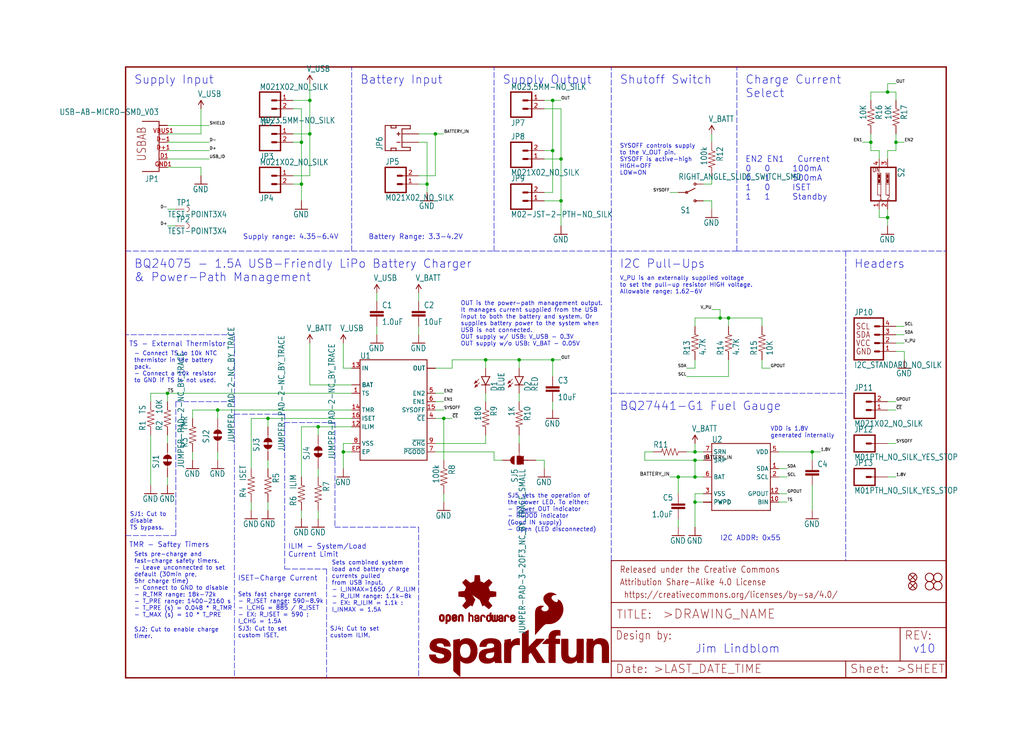
<source format=kicad_sch>
(kicad_sch (version 20211123) (generator eeschema)
  (paper "User" 310.617 225.196)
  (lib_symbols
    (symbol "schematicEagle-eagle-import:1.0UF-16V-10%(0603)"
      (property "Reference" "C" (at 1.524 2.921 0))
      (property "Value" "1.0UF-16V-10%(0603)" (at 1.524 -2.159 0))
      (symbol "1.0UF-16V-10%(0603)_1_0"
        (pin passive line (at 0 5.08 270) (length 2.54) (name "1") (number "1"))
        (pin passive line (at 0 -2.54 90) (length 2.54) (name "2") (number "2"))
      )
    )
    (symbol "schematicEagle-eagle-import:1.0UF50V10%(1206)"
      (property "Reference" "C" (at 1.524 2.921 0))
      (property "Value" "1.0UF50V10%(1206)" (at 1.524 -2.159 0))
      (symbol "1.0UF50V10%(1206)_1_0"
        (pin passive line (at 0 5.08 270) (length 2.54) (name "1") (number "1"))
        (pin passive line (at 0 -2.54 90) (length 2.54) (name "2") (number "2"))
      )
    )
    (symbol "schematicEagle-eagle-import:100KOHM-1{slash}10W-1%(0603)"
      (property "Reference" "R" (at -3.81 1.4986 0))
      (property "Value" "100KOHM-1{slash}10W-1%(0603)" (at -3.81 -3.302 0))
      (symbol "100KOHM-1{slash}10W-1%(0603)_1_0"
        (pin passive line (at -5.08 0 0) (length 2.54) (name "1") (number "1"))
        (pin passive line (at 5.08 0 180) (length 2.54) (name "2") (number "2"))
      )
    )
    (symbol "schematicEagle-eagle-import:10KOHM-1{slash}10W-1%(0603)0603"
      (property "Reference" "R" (at -3.81 1.4986 0))
      (property "Value" "10KOHM-1{slash}10W-1%(0603)0603" (at -3.81 -3.302 0))
      (symbol "10KOHM-1{slash}10W-1%(0603)0603_1_0"
        (pin passive line (at -5.08 0 0) (length 2.54) (name "1") (number "1"))
        (pin passive line (at 5.08 0 180) (length 2.54) (name "2") (number "2"))
      )
    )
    (symbol "schematicEagle-eagle-import:10UF10V10%(0805)"
      (property "Reference" "C" (at 1.524 2.921 0))
      (property "Value" "10UF10V10%(0805)" (at 1.524 -2.159 0))
      (symbol "10UF10V10%(0805)_1_0"
        (pin passive line (at 0 5.08 270) (length 2.54) (name "1") (number "1"))
        (pin passive line (at 0 -2.54 90) (length 2.54) (name "2") (number "2"))
      )
    )
    (symbol "schematicEagle-eagle-import:180OHM1{slash}10W1%(0603)"
      (property "Reference" "R" (at -3.81 1.4986 0))
      (property "Value" "180OHM1{slash}10W1%(0603)" (at -3.81 -3.302 0))
      (symbol "180OHM1{slash}10W1%(0603)_1_0"
        (pin passive line (at -5.08 0 0) (length 2.54) (name "1") (number "1"))
        (pin passive line (at 5.08 0 180) (length 2.54) (name "2") (number "2"))
      )
    )
    (symbol "schematicEagle-eagle-import:1KOHM-1{slash}10W-1%(0603)"
      (property "Reference" "R" (at -3.81 1.4986 0))
      (property "Value" "1KOHM-1{slash}10W-1%(0603)" (at -3.81 -3.302 0))
      (symbol "1KOHM-1{slash}10W-1%(0603)_1_0"
        (pin passive line (at -5.08 0 0) (length 2.54) (name "1") (number "1"))
        (pin passive line (at 5.08 0 180) (length 2.54) (name "2") (number "2"))
      )
    )
    (symbol "schematicEagle-eagle-import:4.7KOHM-1{slash}10W-1%(0603)"
      (property "Reference" "R" (at -3.81 1.4986 0))
      (property "Value" "4.7KOHM-1{slash}10W-1%(0603)" (at -3.81 -3.302 0))
      (symbol "4.7KOHM-1{slash}10W-1%(0603)_1_0"
        (pin passive line (at -5.08 0 0) (length 2.54) (name "1") (number "1"))
        (pin passive line (at 5.08 0 180) (length 2.54) (name "2") (number "2"))
      )
    )
    (symbol "schematicEagle-eagle-import:BQ24075"
      (property "Reference" "U" (at -10.16 15.494 0))
      (property "Value" "BQ24075" (at -10.16 -15.494 0))
      (symbol "BQ24075_1_0"
        (pin bidirectional line (at -12.7 5.08 0) (length 2.54) (name "TS") (number "1"))
        (pin bidirectional line (at 12.7 12.7 180) (length 2.54) (name "OUT") (number "10"))
        (pin bidirectional line (at 12.7 12.7 180) (length 2.54) (name "OUT") (number "11"))
        (pin bidirectional line (at -12.7 -5.08 0) (length 2.54) (name "ILIM") (number "12"))
        (pin bidirectional line (at -12.7 12.7 0) (length 2.54) (name "IN") (number "13"))
        (pin bidirectional line (at -12.7 0 0) (length 2.54) (name "TMR") (number "14"))
        (pin bidirectional line (at 12.7 0 180) (length 2.54) (name "SYSOFF") (number "15"))
        (pin bidirectional line (at -12.7 -2.54 0) (length 2.54) (name "ISET") (number "16"))
        (pin bidirectional line (at -12.7 7.62 0) (length 2.54) (name "BAT") (number "2"))
        (pin bidirectional line (at -12.7 7.62 0) (length 2.54) (name "BAT") (number "3"))
        (pin bidirectional line (at 12.7 -2.54 180) (length 2.54) (name "~{CE}") (number "4"))
        (pin bidirectional line (at 12.7 5.08 180) (length 2.54) (name "EN2") (number "5"))
        (pin bidirectional line (at 12.7 2.54 180) (length 2.54) (name "EN1") (number "6"))
        (pin bidirectional line (at 12.7 -12.7 180) (length 2.54) (name "~{PGOOD}") (number "7"))
        (pin bidirectional line (at -12.7 -10.16 0) (length 2.54) (name "VSS") (number "8"))
        (pin bidirectional line (at 12.7 -10.16 180) (length 2.54) (name "~{CHG}") (number "9"))
        (pin bidirectional line (at -12.7 -12.7 0) (length 2.54) (name "EP") (number "EP"))
      )
    )
    (symbol "schematicEagle-eagle-import:BQ27441-G1"
      (property "Reference" "U" (at -7.62 10.414 0))
      (property "Value" "BQ27441-G1" (at -7.62 -10.414 0))
      (symbol "BQ27441-G1_1_0"
        (pin bidirectional line (at 12.7 2.54 180) (length 2.54) (name "SDA") (number "1"))
        (pin bidirectional line (at 12.7 -7.62 180) (length 2.54) (name "BIN") (number "10"))
        (pin bidirectional line (at 12.7 -5.08 180) (length 2.54) (name "GPOUT") (number "12"))
        (pin bidirectional line (at 12.7 0 180) (length 2.54) (name "SCL") (number "2"))
        (pin bidirectional line (at -10.16 -5.08 0) (length 2.54) (name "VSS") (number "3"))
        (pin bidirectional line (at 12.7 7.62 180) (length 2.54) (name "VDD") (number "5"))
        (pin bidirectional line (at -10.16 0 0) (length 2.54) (name "BAT") (number "6"))
        (pin bidirectional line (at -10.16 7.62 0) (length 2.54) (name "SRN") (number "7"))
        (pin bidirectional line (at -10.16 5.08 0) (length 2.54) (name "SRP") (number "8"))
        (pin bidirectional line (at -10.16 -7.62 0) (length 2.54) (name "PWPD") (number "EP"))
        (pin bidirectional line (at -10.16 -7.62 0) (length 2.54) (name "PWPD") (number "EP1"))
        (pin bidirectional line (at -10.16 -7.62 0) (length 2.54) (name "PWPD") (number "EP2"))
        (pin bidirectional line (at -10.16 -7.62 0) (length 2.54) (name "PWPD") (number "EP3"))
        (pin bidirectional line (at -10.16 -7.62 0) (length 2.54) (name "PWPD") (number "EP4"))
      )
    )
    (symbol "schematicEagle-eagle-import:CAP0603-CAP"
      (property "Reference" "C" (at 1.524 2.921 0))
      (property "Value" "CAP0603-CAP" (at 1.524 -2.159 0))
      (symbol "CAP0603-CAP_1_0"
        (pin passive line (at 0 5.08 270) (length 2.54) (name "1") (number "1"))
        (pin passive line (at 0 -2.54 90) (length 2.54) (name "2") (number "2"))
      )
    )
    (symbol "schematicEagle-eagle-import:FIDUCIAL1X2")
    (symbol "schematicEagle-eagle-import:FRAME-LETTER"
      (symbol "FRAME-LETTER_2_0"
        (text " https://creativecommons.org/licenses/by-sa/4.0/" (at 2.54 24.13 0) (effects (font (size 1.9304 1.6408)) (justify left bottom)))
        (text ">DRAWING_NAME" (at 15.494 17.78 0) (effects (font (size 2.7432 2.7432)) (justify left bottom)))
        (text ">LAST_DATE_TIME" (at 12.7 1.27 0) (effects (font (size 2.54 2.54)) (justify left bottom)))
        (text ">SHEET" (at 86.36 1.27 0) (effects (font (size 2.54 2.54)) (justify left bottom)))
        (text "Attribution Share-Alike 4.0 License" (at 2.54 27.94 0) (effects (font (size 1.9304 1.6408)) (justify left bottom)))
        (text "Date:" (at 1.27 1.27 0) (effects (font (size 2.54 2.54)) (justify left bottom)))
        (text "Design by:" (at 1.27 11.43 0) (effects (font (size 2.54 2.159)) (justify left bottom)))
        (text "Released under the Creative Commons" (at 2.54 31.75 0) (effects (font (size 1.9304 1.6408)) (justify left bottom)))
        (text "REV:" (at 88.9 11.43 0) (effects (font (size 2.54 2.54)) (justify left bottom)))
        (text "Sheet:" (at 72.39 1.27 0) (effects (font (size 2.54 2.54)) (justify left bottom)))
        (text "TITLE:" (at 1.524 17.78 0) (effects (font (size 2.54 2.54)) (justify left bottom)))
      )
    )
    (symbol "schematicEagle-eagle-import:GND" (power)
      (property "Value" "GND" (at -2.54 -2.54 0))
      (symbol "GND_1_0"
        (pin power_in line (at 0 2.54 270) (length 2.54) (name "GND") (number "1"))
      )
    )
    (symbol "schematicEagle-eagle-import:I2C_STANDARD_NO_SILK"
      (property "Reference" "JP" (at -2.54 13.462 0))
      (property "Value" "I2C_STANDARD_NO_SILK" (at -2.54 -2.54 0))
      (symbol "I2C_STANDARD_NO_SILK_1_0"
        (text "GND" (at -2.032 2.54 0) (effects (font (size 1.778 1.5113)) (justify left)))
        (text "SCL" (at -2.032 10.16 0) (effects (font (size 1.778 1.5113)) (justify left)))
        (text "SDA" (at -2.032 7.62 0) (effects (font (size 1.778 1.5113)) (justify left)))
        (text "VCC" (at -2.032 5.08 0) (effects (font (size 1.778 1.5113)) (justify left)))
        (pin passive line (at 10.16 2.54 180) (length 5.08) (name "1") (number "1"))
        (pin passive line (at 10.16 5.08 180) (length 5.08) (name "2") (number "2"))
        (pin passive line (at 10.16 7.62 180) (length 5.08) (name "3") (number "3"))
        (pin passive line (at 10.16 10.16 180) (length 5.08) (name "4") (number "4"))
      )
    )
    (symbol "schematicEagle-eagle-import:JST_2MM_MALE"
      (property "Reference" "JP" (at -2.54 5.842 0))
      (symbol "JST_2MM_MALE_1_0"
        (pin bidirectional line (at 0 -5.08 90) (length 5.08) (name "-") (number "1"))
        (pin bidirectional line (at 2.54 -5.08 90) (length 5.08) (name "+") (number "2"))
        (pin bidirectional line (at -2.54 2.54 90) (length 0) (name "PAD1") (number "NC1"))
        (pin bidirectional line (at 5.08 2.54 90) (length 0) (name "PAD2") (number "NC2"))
      )
    )
    (symbol "schematicEagle-eagle-import:JUMPER-PAD-2-NC_BY_TRACE"
      (property "Reference" "SJ" (at -2.54 2.54 0))
      (property "Value" "JUMPER-PAD-2-NC_BY_TRACE" (at -2.54 -5.08 0))
      (symbol "JUMPER-PAD-2-NC_BY_TRACE_1_0"
        (pin passive line (at -5.08 0 0) (length 2.54) (name "1") (number "1"))
        (pin passive line (at 5.08 0 180) (length 2.54) (name "2") (number "2"))
      )
    )
    (symbol "schematicEagle-eagle-import:JUMPER-PAD-3-2OF3_NC_BY_TRACE_SMALL"
      (property "Reference" "JP" (at 2.54 0.381 0))
      (property "Value" "JUMPER-PAD-3-2OF3_NC_BY_TRACE_SMALL" (at 2.54 -1.905 0))
      (symbol "JUMPER-PAD-3-2OF3_NC_BY_TRACE_SMALL_1_0"
        (pin passive line (at 0 5.08 270) (length 2.54) (name "1") (number "1"))
        (pin passive line (at -5.08 0 0) (length 2.54) (name "2") (number "2"))
        (pin passive line (at 0 -5.08 90) (length 2.54) (name "3") (number "3"))
      )
    )
    (symbol "schematicEagle-eagle-import:LED-BLUE0603"
      (property "Reference" "D" (at 3.556 -4.572 90))
      (property "Value" "LED-BLUE0603" (at 5.715 -4.572 90))
      (symbol "LED-BLUE0603_1_0"
        (pin passive line (at 0 2.54 270) (length 2.54) (name "A") (number "A"))
        (pin passive line (at 0 -5.08 90) (length 2.54) (name "C") (number "C"))
      )
    )
    (symbol "schematicEagle-eagle-import:LED-RED0603"
      (property "Reference" "D" (at 3.556 -4.572 90))
      (property "Value" "LED-RED0603" (at 5.715 -4.572 90))
      (symbol "LED-RED0603_1_0"
        (pin passive line (at 0 2.54 270) (length 2.54) (name "A") (number "A"))
        (pin passive line (at 0 -5.08 90) (length 2.54) (name "C") (number "C"))
      )
    )
    (symbol "schematicEagle-eagle-import:M01PTH_NO_SILK_YES_STOP"
      (property "Reference" "J" (at -2.54 3.302 0))
      (property "Value" "M01PTH_NO_SILK_YES_STOP" (at -2.54 -5.08 0))
      (symbol "M01PTH_NO_SILK_YES_STOP_1_0"
        (pin passive line (at 7.62 0 180) (length 5.08) (name "1") (number "1"))
      )
    )
    (symbol "schematicEagle-eagle-import:M02-JST-2-PTH-NO_SILK"
      (property "Reference" "JP" (at -2.54 5.842 0))
      (property "Value" "M02-JST-2-PTH-NO_SILK" (at -2.54 -5.08 0))
      (symbol "M02-JST-2-PTH-NO_SILK_1_0"
        (pin passive line (at 7.62 0 180) (length 5.08) (name "1") (number "1"))
        (pin passive line (at 7.62 2.54 180) (length 5.08) (name "2") (number "2"))
      )
    )
    (symbol "schematicEagle-eagle-import:M021X02_NO_SILK"
      (property "Reference" "JP" (at -2.54 5.842 0))
      (property "Value" "M021X02_NO_SILK" (at -2.54 -5.08 0))
      (symbol "M021X02_NO_SILK_1_0"
        (pin passive line (at 7.62 0 180) (length 5.08) (name "1") (number "1"))
        (pin passive line (at 7.62 2.54 180) (length 5.08) (name "2") (number "2"))
      )
    )
    (symbol "schematicEagle-eagle-import:M023.5MM-NO_SILK"
      (property "Reference" "JP" (at -2.54 5.842 0))
      (property "Value" "M023.5MM-NO_SILK" (at -2.54 -5.08 0))
      (symbol "M023.5MM-NO_SILK_1_0"
        (pin passive line (at 7.62 0 180) (length 5.08) (name "1") (number "1"))
        (pin passive line (at 7.62 2.54 180) (length 5.08) (name "2") (number "2"))
      )
    )
    (symbol "schematicEagle-eagle-import:OSHW-LOGOS")
    (symbol "schematicEagle-eagle-import:RESISTOR0603-RES"
      (property "Reference" "R" (at -3.81 1.4986 0))
      (property "Value" "RESISTOR0603-RES" (at -3.81 -3.302 0))
      (symbol "RESISTOR0603-RES_1_0"
        (pin passive line (at -5.08 0 0) (length 2.54) (name "1") (number "1"))
        (pin passive line (at 5.08 0 180) (length 2.54) (name "2") (number "2"))
      )
    )
    (symbol "schematicEagle-eagle-import:RESISTOR1206"
      (property "Reference" "R" (at -3.81 1.4986 0))
      (property "Value" "RESISTOR1206" (at -3.81 -3.302 0))
      (symbol "RESISTOR1206_1_0"
        (pin passive line (at -5.08 0 0) (length 2.54) (name "1") (number "1"))
        (pin passive line (at 5.08 0 180) (length 2.54) (name "2") (number "2"))
      )
    )
    (symbol "schematicEagle-eagle-import:RESISTORPTH-1{slash}6W"
      (property "Reference" "R" (at -3.81 1.4986 0))
      (property "Value" "RESISTORPTH-1{slash}6W" (at -3.81 -3.302 0))
      (symbol "RESISTORPTH-1{slash}6W_1_0"
        (pin passive line (at -5.08 0 0) (length 2.54) (name "1") (number "1"))
        (pin passive line (at 5.08 0 180) (length 2.54) (name "2") (number "2"))
      )
    )
    (symbol "schematicEagle-eagle-import:SFE_LOGO_NAME.1_INCH")
    (symbol "schematicEagle-eagle-import:SFE_LOGO_NAME_FLAME.1_INCH")
    (symbol "schematicEagle-eagle-import:STAND-OFF")
    (symbol "schematicEagle-eagle-import:SWITCH-SPDT-SMD-A"
      (property "Reference" "S" (at -1.905 -6.35 0))
      (property "Value" "SWITCH-SPDT-SMD-A" (at -2.54 3.81 0))
      (symbol "SWITCH-SPDT-SMD-A_1_0"
        (pin passive line (at 5.08 2.54 180) (length 2.54) (name "O") (number "1"))
        (pin passive line (at -2.54 0 0) (length 2.54) (name "P") (number "2"))
        (pin passive line (at 5.08 -2.54 180) (length 2.54) (name "S") (number "3"))
      )
    )
    (symbol "schematicEagle-eagle-import:SW_DIP-2-SMT-HALFSIZE"
      (property "Reference" "SW" (at -5.08 3.175 0))
      (property "Value" "SW_DIP-2-SMT-HALFSIZE" (at -5.08 -7.62 0))
      (symbol "SW_DIP-2-SMT-HALFSIZE_1_0"
        (text "1" (at 4.826 -2.667 900) (effects (font (size 1.27 1.0795)) (justify left bottom)))
        (text "2" (at 4.826 -0.381 900) (effects (font (size 1.27 1.0795)) (justify left bottom)))
        (text "ON" (at -3.556 -4.699 900) (effects (font (size 1.27 1.0795)) (justify left bottom)))
        (pin passive line (at 7.62 -2.54 180) (length 2.54) (name "1") (number "1"))
        (pin passive line (at 7.62 0 180) (length 2.54) (name "2") (number "2"))
        (pin passive line (at -7.62 0 0) (length 2.54) (name "3") (number "3"))
        (pin passive line (at -7.62 -2.54 0) (length 2.54) (name "4") (number "4"))
      )
    )
    (symbol "schematicEagle-eagle-import:TEST-POINT3X4"
      (property "Reference" "TP" (at -2.54 2.54 0))
      (property "Value" "TEST-POINT3X4" (at -2.54 -2.54 0))
      (symbol "TEST-POINT3X4_1_0"
        (pin bidirectional line (at 0 0 180) (length 0) (name "1") (number "P$1"))
      )
    )
    (symbol "schematicEagle-eagle-import:USB-ABCONN-11794"
      (property "Reference" "JP" (at -2.54 7.62 0))
      (property "Value" "USB-ABCONN-11794" (at -2.54 -12.7 0))
      (symbol "USB-ABCONN-11794_1_0"
        (text "USBAB" (at 1.27 -7.366 900) (effects (font (size 2.54 2.159)) (justify left bottom)))
        (pin bidirectional line (at -5.08 0 0) (length 2.54) (name "D+") (number "D+1"))
        (pin bidirectional line (at -5.08 -2.54 0) (length 2.54) (name "D-") (number "D-1"))
        (pin bidirectional line (at -5.08 5.08 0) (length 2.54) (name "GND") (number "GND1"))
        (pin bidirectional line (at -5.08 2.54 0) (length 2.54) (name "USBID") (number "ID1"))
        (pin bidirectional line (at -5.08 -7.62 0) (length 2.54) (name "SHIELD") (number "SHIELD1"))
        (pin bidirectional line (at -5.08 -7.62 0) (length 2.54) (name "SHIELD") (number "SHIELD2"))
        (pin bidirectional line (at -5.08 -7.62 0) (length 2.54) (name "SHIELD") (number "SHIELD3"))
        (pin bidirectional line (at -5.08 -5.08 0) (length 2.54) (name "VBUS") (number "VBUS1"))
      )
    )
    (symbol "schematicEagle-eagle-import:V_BATT" (power)
      (property "Value" "V_BATT" (at -1.016 3.556 0))
      (symbol "V_BATT_1_0"
        (pin power_in line (at 0 0 90) (length 2.54) (name "V_BATT") (number "1"))
      )
    )
    (symbol "schematicEagle-eagle-import:V_USB" (power)
      (property "Value" "V_USB" (at -1.016 3.556 0))
      (symbol "V_USB_1_0"
        (pin power_in line (at 0 0 90) (length 2.54) (name "V_USB") (number "1"))
      )
    )
  )
  (junction (at 210.82 152.4))
  (junction (at 220.98 96.52))
  (junction (at 147.32 109.22))
  (junction (at 269.24 27.94))
  (junction (at 134.62 127))
  (junction (at 81.28 127))
  (junction (at 96.52 129.54))
  (junction (at 132.08 40.64))
  (junction (at 157.48 109.22))
  (junction (at 167.64 109.22))
  (junction (at 93.98 40.64))
  (junction (at 66.04 124.46))
  (junction (at 91.44 43.18))
  (junction (at 170.18 48.26))
  (junction (at 269.24 66.04))
  (junction (at 264.16 43.18))
  (junction (at 210.82 139.7))
  (junction (at 167.64 30.48))
  (junction (at 210.82 137.16))
  (junction (at 246.38 137.16))
  (junction (at 167.64 45.72))
  (junction (at 93.98 30.48))
  (junction (at 210.82 144.78))
  (junction (at 271.78 43.18))
  (junction (at 205.74 144.78))
  (junction (at 129.54 55.88))
  (junction (at 50.8 119.38))
  (junction (at 91.44 55.88))
  (junction (at 170.18 60.96))
  (junction (at 104.14 137.16))
  (junction (at 218.44 96.52))
  (wire (pts (xy 210.82 137.16) (xy 210.82 134.62)))
  (wire (pts (xy 127 101.6) (xy 127 99.06)))
  (wire (pts (xy 269.24 27.94) (xy 271.78 27.94)))
  (wire (pts (xy 167.64 58.42) (xy 167.64 45.72)))
  (wire (pts (xy 170.18 60.96) (xy 170.18 68.58)))
  (wire (pts (xy 167.64 30.48) (xy 170.18 30.48)))
  (wire (pts (xy 205.74 160.02) (xy 205.74 157.48)))
  (wire (pts (xy 264.16 43.18) (xy 264.16 40.64)))
  (wire (pts (xy 91.44 43.18) (xy 91.44 55.88)))
  (wire (pts (xy 246.38 137.16) (xy 246.38 139.7)))
  (wire (pts (xy 50.8 43.18) (xy 63.5 43.18)))
  (wire (pts (xy 96.52 157.48) (xy 96.52 154.94)))
  (wire (pts (xy 93.98 40.64) (xy 93.98 30.48)))
  (wire (pts (xy 129.54 55.88) (xy 129.54 58.42)))
  (polyline (pts (xy 185.42 76.2) (xy 223.52 76.2)))
  (polyline (pts (xy 256.54 76.2) (xy 287.02 76.2)))
  (wire (pts (xy 271.78 99.06) (xy 274.32 99.06)))
  (wire (pts (xy 269.24 124.46) (xy 271.78 124.46)))
  (wire (pts (xy 210.82 152.4) (xy 210.82 160.02)))
  (wire (pts (xy 266.7 66.04) (xy 269.24 66.04)))
  (polyline (pts (xy 185.42 119.38) (xy 256.54 119.38)))
  (wire (pts (xy 195.58 139.7) (xy 195.58 137.16)))
  (polyline (pts (xy 38.1 76.2) (xy 106.68 76.2)))
  (wire (pts (xy 93.98 116.84) (xy 93.98 104.14)))
  (wire (pts (xy 269.24 66.04) (xy 269.24 68.58)))
  (wire (pts (xy 264.16 43.18) (xy 264.16 45.72)))
  (wire (pts (xy 157.48 109.22) (xy 167.64 109.22)))
  (wire (pts (xy 157.48 119.38) (xy 157.48 121.92)))
  (polyline (pts (xy 223.52 76.2) (xy 256.54 76.2)))
  (wire (pts (xy 274.32 43.18) (xy 271.78 43.18)))
  (wire (pts (xy 76.2 142.24) (xy 76.2 127)))
  (wire (pts (xy 236.22 149.86) (xy 238.76 149.86)))
  (wire (pts (xy 50.8 119.38) (xy 45.72 119.38)))
  (wire (pts (xy 266.7 48.26) (xy 266.7 45.72)))
  (wire (pts (xy 220.98 96.52) (xy 218.44 96.52)))
  (wire (pts (xy 132.08 40.64) (xy 134.62 40.64)))
  (wire (pts (xy 213.36 149.86) (xy 210.82 149.86)))
  (wire (pts (xy 165.1 45.72) (xy 167.64 45.72)))
  (wire (pts (xy 213.36 137.16) (xy 210.82 137.16)))
  (wire (pts (xy 88.9 43.18) (xy 91.44 43.18)))
  (wire (pts (xy 269.24 25.4) (xy 271.78 25.4)))
  (wire (pts (xy 269.24 134.62) (xy 271.78 134.62)))
  (wire (pts (xy 264.16 27.94) (xy 269.24 27.94)))
  (wire (pts (xy 91.44 55.88) (xy 91.44 60.96)))
  (wire (pts (xy 271.78 106.68) (xy 274.32 106.68)))
  (wire (pts (xy 53.34 68.58) (xy 50.8 68.58)))
  (wire (pts (xy 248.92 137.16) (xy 246.38 137.16)))
  (polyline (pts (xy 256.54 119.38) (xy 256.54 170.18)))
  (wire (pts (xy 231.14 109.22) (xy 231.14 111.76)))
  (wire (pts (xy 137.16 111.76) (xy 137.16 109.22)))
  (wire (pts (xy 104.14 111.76) (xy 104.14 104.14)))
  (polyline (pts (xy 38.1 162.56) (xy 53.34 162.56)))
  (wire (pts (xy 45.72 132.08) (xy 45.72 147.32)))
  (wire (pts (xy 106.68 124.46) (xy 66.04 124.46)))
  (polyline (pts (xy 185.42 170.18) (xy 185.42 119.38)))
  (wire (pts (xy 66.04 127) (xy 66.04 124.46)))
  (wire (pts (xy 271.78 43.18) (xy 271.78 45.72)))
  (wire (pts (xy 167.64 109.22) (xy 170.18 109.22)))
  (polyline (pts (xy 86.36 128.27) (xy 86.36 172.72)))
  (wire (pts (xy 236.22 144.78) (xy 238.76 144.78)))
  (wire (pts (xy 167.64 124.46) (xy 167.64 121.92)))
  (wire (pts (xy 271.78 101.6) (xy 274.32 101.6)))
  (wire (pts (xy 45.72 121.92) (xy 45.72 119.38)))
  (wire (pts (xy 274.32 106.68) (xy 274.32 109.22)))
  (wire (pts (xy 215.9 55.88) (xy 215.9 53.34)))
  (wire (pts (xy 231.14 111.76) (xy 233.68 111.76)))
  (wire (pts (xy 269.24 48.26) (xy 269.24 45.72)))
  (wire (pts (xy 91.44 129.54) (xy 91.44 144.78)))
  (wire (pts (xy 81.28 127) (xy 76.2 127)))
  (wire (pts (xy 157.48 134.62) (xy 157.48 132.08)))
  (wire (pts (xy 50.8 119.38) (xy 50.8 121.92)))
  (wire (pts (xy 210.82 137.16) (xy 208.28 137.16)))
  (wire (pts (xy 106.68 116.84) (xy 93.98 116.84)))
  (wire (pts (xy 134.62 127) (xy 137.16 127)))
  (wire (pts (xy 50.8 45.72) (xy 63.5 45.72)))
  (wire (pts (xy 127 40.64) (xy 132.08 40.64)))
  (wire (pts (xy 215.9 40.64) (xy 215.9 43.18)))
  (wire (pts (xy 215.9 60.96) (xy 215.9 63.5)))
  (wire (pts (xy 213.36 152.4) (xy 210.82 152.4)))
  (wire (pts (xy 134.62 127) (xy 134.62 139.7)))
  (polyline (pts (xy 71.12 125.73) (xy 71.12 205.74)))
  (polyline (pts (xy 101.6 128.27) (xy 86.36 128.27)))
  (wire (pts (xy 147.32 111.76) (xy 147.32 109.22)))
  (wire (pts (xy 53.34 63.5) (xy 50.8 63.5)))
  (polyline (pts (xy 71.12 125.73) (xy 86.36 125.73)))
  (wire (pts (xy 132.08 119.38) (xy 134.62 119.38)))
  (wire (pts (xy 50.8 48.26) (xy 63.5 48.26)))
  (wire (pts (xy 271.78 43.18) (xy 271.78 40.64)))
  (wire (pts (xy 132.08 137.16) (xy 149.86 137.16)))
  (wire (pts (xy 50.8 147.32) (xy 50.8 144.78)))
  (wire (pts (xy 220.98 114.3) (xy 208.28 114.3)))
  (wire (pts (xy 269.24 27.94) (xy 269.24 25.4)))
  (wire (pts (xy 81.28 129.54) (xy 81.28 127)))
  (polyline (pts (xy 127 160.02) (xy 127 205.74)))
  (polyline (pts (xy 149.86 76.2) (xy 149.86 20.32)))
  (wire (pts (xy 165.1 58.42) (xy 167.64 58.42)))
  (wire (pts (xy 218.44 96.52) (xy 218.44 93.98)))
  (wire (pts (xy 58.42 124.46) (xy 58.42 127)))
  (wire (pts (xy 236.22 137.16) (xy 246.38 137.16)))
  (polyline (pts (xy 256.54 76.2) (xy 256.54 119.38)))
  (wire (pts (xy 220.98 109.22) (xy 220.98 114.3)))
  (wire (pts (xy 210.82 149.86) (xy 210.82 152.4)))
  (wire (pts (xy 261.62 43.18) (xy 264.16 43.18)))
  (wire (pts (xy 88.9 55.88) (xy 91.44 55.88)))
  (wire (pts (xy 106.68 137.16) (xy 104.14 137.16)))
  (wire (pts (xy 60.96 50.8) (xy 60.96 53.34)))
  (wire (pts (xy 88.9 30.48) (xy 93.98 30.48)))
  (wire (pts (xy 132.08 111.76) (xy 137.16 111.76)))
  (wire (pts (xy 127 88.9) (xy 127 91.44)))
  (wire (pts (xy 236.22 142.24) (xy 238.76 142.24)))
  (wire (pts (xy 205.74 144.78) (xy 203.2 144.78)))
  (wire (pts (xy 165.1 30.48) (xy 167.64 30.48)))
  (polyline (pts (xy 71.12 101.6) (xy 38.1 101.6)))
  (wire (pts (xy 81.28 154.94) (xy 81.28 152.4)))
  (wire (pts (xy 220.98 99.06) (xy 220.98 96.52)))
  (wire (pts (xy 66.04 124.46) (xy 58.42 124.46)))
  (wire (pts (xy 81.28 139.7) (xy 81.28 142.24)))
  (wire (pts (xy 210.82 139.7) (xy 210.82 144.78)))
  (wire (pts (xy 132.08 127) (xy 134.62 127)))
  (wire (pts (xy 205.74 58.42) (xy 203.2 58.42)))
  (wire (pts (xy 210.82 111.76) (xy 208.28 111.76)))
  (wire (pts (xy 264.16 30.48) (xy 264.16 27.94)))
  (wire (pts (xy 60.96 40.64) (xy 60.96 33.02)))
  (wire (pts (xy 149.86 139.7) (xy 152.4 139.7)))
  (wire (pts (xy 236.22 152.4) (xy 238.76 152.4)))
  (wire (pts (xy 127 53.34) (xy 132.08 53.34)))
  (wire (pts (xy 88.9 40.64) (xy 93.98 40.64)))
  (wire (pts (xy 91.44 157.48) (xy 91.44 154.94)))
  (wire (pts (xy 129.54 43.18) (xy 129.54 55.88)))
  (wire (pts (xy 58.42 139.7) (xy 58.42 137.16)))
  (wire (pts (xy 167.64 45.72) (xy 167.64 30.48)))
  (wire (pts (xy 91.44 33.02) (xy 91.44 43.18)))
  (wire (pts (xy 132.08 124.46) (xy 134.62 124.46)))
  (wire (pts (xy 106.68 127) (xy 81.28 127)))
  (wire (pts (xy 137.16 109.22) (xy 147.32 109.22)))
  (wire (pts (xy 76.2 152.4) (xy 76.2 154.94)))
  (wire (pts (xy 165.1 142.24) (xy 165.1 139.7)))
  (wire (pts (xy 162.56 139.7) (xy 165.1 139.7)))
  (polyline (pts (xy 71.12 121.92) (xy 71.12 101.6)))
  (wire (pts (xy 170.18 48.26) (xy 170.18 60.96)))
  (polyline (pts (xy 71.12 121.92) (xy 71.12 125.73)))
  (wire (pts (xy 246.38 154.94) (xy 246.38 147.32)))
  (wire (pts (xy 66.04 139.7) (xy 66.04 137.16)))
  (wire (pts (xy 114.3 101.6) (xy 114.3 99.06)))
  (wire (pts (xy 210.82 139.7) (xy 195.58 139.7)))
  (wire (pts (xy 106.68 111.76) (xy 104.14 111.76)))
  (wire (pts (xy 50.8 50.8) (xy 60.96 50.8)))
  (polyline (pts (xy 101.6 128.27) (xy 101.6 160.02)))
  (wire (pts (xy 88.9 33.02) (xy 91.44 33.02)))
  (wire (pts (xy 88.9 53.34) (xy 93.98 53.34)))
  (wire (pts (xy 132.08 134.62) (xy 147.32 134.62)))
  (wire (pts (xy 132.08 121.92) (xy 134.62 121.92)))
  (wire (pts (xy 210.82 109.22) (xy 210.82 111.76)))
  (wire (pts (xy 149.86 137.16) (xy 149.86 139.7)))
  (wire (pts (xy 50.8 38.1) (xy 63.5 38.1)))
  (wire (pts (xy 195.58 137.16) (xy 198.12 137.16)))
  (wire (pts (xy 50.8 40.64) (xy 60.96 40.64)))
  (polyline (pts (xy 101.6 160.02) (xy 127 160.02)))
  (wire (pts (xy 147.32 119.38) (xy 147.32 121.92)))
  (wire (pts (xy 213.36 139.7) (xy 210.82 139.7)))
  (wire (pts (xy 106.68 119.38) (xy 50.8 119.38)))
  (wire (pts (xy 205.74 149.86) (xy 205.74 144.78)))
  (wire (pts (xy 269.24 144.78) (xy 271.78 144.78)))
  (wire (pts (xy 114.3 88.9) (xy 114.3 91.44)))
  (wire (pts (xy 106.68 134.62) (xy 104.14 134.62)))
  (wire (pts (xy 213.36 55.88) (xy 215.9 55.88)))
  (polyline (pts (xy 185.42 76.2) (xy 185.42 20.32)))
  (wire (pts (xy 269.24 66.04) (xy 269.24 63.5)))
  (wire (pts (xy 157.48 111.76) (xy 157.48 109.22)))
  (wire (pts (xy 106.68 129.54) (xy 96.52 129.54)))
  (wire (pts (xy 266.7 45.72) (xy 264.16 45.72)))
  (wire (pts (xy 210.82 96.52) (xy 218.44 96.52)))
  (wire (pts (xy 210.82 144.78) (xy 213.36 144.78)))
  (wire (pts (xy 269.24 45.72) (xy 271.78 45.72)))
  (polyline (pts (xy 185.42 119.38) (xy 185.42 76.2)))
  (wire (pts (xy 134.62 152.4) (xy 134.62 149.86)))
  (polyline (pts (xy 149.86 76.2) (xy 185.42 76.2)))
  (wire (pts (xy 167.64 114.3) (xy 167.64 109.22)))
  (wire (pts (xy 132.08 53.34) (xy 132.08 40.64)))
  (wire (pts (xy 210.82 96.52) (xy 210.82 99.06)))
  (wire (pts (xy 147.32 134.62) (xy 147.32 132.08)))
  (wire (pts (xy 127 55.88) (xy 129.54 55.88)))
  (polyline (pts (xy 86.36 125.73) (xy 86.36 128.27)))
  (wire (pts (xy 231.14 99.06) (xy 231.14 96.52)))
  (wire (pts (xy 165.1 60.96) (xy 170.18 60.96)))
  (wire (pts (xy 50.8 134.62) (xy 50.8 132.08)))
  (wire (pts (xy 165.1 33.02) (xy 170.18 33.02)))
  (wire (pts (xy 96.52 129.54) (xy 91.44 129.54)))
  (wire (pts (xy 170.18 33.02) (xy 170.18 48.26)))
  (polyline (pts (xy 99.06 172.72) (xy 99.06 205.74)))
  (polyline (pts (xy 106.68 76.2) (xy 106.68 20.32)))
  (wire (pts (xy 213.36 60.96) (xy 215.9 60.96)))
  (wire (pts (xy 104.14 134.62) (xy 104.14 137.16)))
  (polyline (pts (xy 106.68 76.2) (xy 149.86 76.2)))
  (wire (pts (xy 96.52 132.08) (xy 96.52 129.54)))
  (polyline (pts (xy 53.34 121.92) (xy 53.34 162.56)))
  (wire (pts (xy 93.98 30.48) (xy 93.98 25.4)))
  (polyline (pts (xy 86.36 172.72) (xy 99.06 172.72)))
  (wire (pts (xy 271.78 104.14) (xy 274.32 104.14)))
  (wire (pts (xy 266.7 66.04) (xy 266.7 63.5)))
  (wire (pts (xy 269.24 121.92) (xy 271.78 121.92)))
  (wire (pts (xy 231.14 96.52) (xy 220.98 96.52)))
  (wire (pts (xy 104.14 137.16) (xy 104.14 142.24)))
  (wire (pts (xy 127 43.18) (xy 129.54 43.18)))
  (polyline (pts (xy 53.34 121.92) (xy 71.12 121.92)))
  (polyline (pts (xy 223.52 76.2) (xy 223.52 20.32)))
  (wire (pts (xy 165.1 48.26) (xy 170.18 48.26)))
  (wire (pts (xy 147.32 109.22) (xy 157.48 109.22)))
  (wire (pts (xy 218.44 93.98) (xy 215.9 93.98)))
  (wire (pts (xy 96.52 144.78) (xy 96.52 142.24)))
  (wire (pts (xy 210.82 144.78) (xy 205.74 144.78)))
  (wire (pts (xy 271.78 27.94) (xy 271.78 30.48)))
  (wire (pts (xy 93.98 53.34) (xy 93.98 40.64)))
  (text "Sets pre-charge and\nfast-charge safety timers.\n- Leave unconnected to set\ndefault (30min pre,\n5hr charge time)\n- Connect to GND to disable\n- R_TMR range: 18k-72k\n- T_PRE range: 1400-2160 s\n- T_PRE (s) = 0.048 * R_TMR\n- T_MAX (s) = 10 * T_PRE" (at 40.64 167.64 0) (effects (font (size 1.27 1.27)) (justify left top)))
  (text "SJ1: Cut to\ndisable\nTS bypass." (at 39.37 161.036 180) (effects (font (size 1.27 1.27)) (justify left bottom)))
  (text "Supply Output" (at 152.4 22.86 180) (effects (font (size 2.54 2.54)) (justify left top)))
  (text "Supply Input" (at 40.64 22.86 180) (effects (font (size 2.54 2.54)) (justify left top)))
  (text "VDD is 1.8V\ngenerated internally" (at 233.68 129.54 180) (effects (font (size 1.27 1.27)) (justify left top)))
  (text "Headers" (at 259.08 78.74 180) (effects (font (size 2.54 2.54)) (justify left top)))
  (text "Sets combined system\nload and battery charge\ncurrents pulled\nfrom USB input.\n- I_INMAX=1650 / R_ILIM\n- R_ILIM range: 1.1k-8k\n- EX: R_ILIM = 1.1k :\nI_INMAX = 1.5A" (at 100.584 170.18 0) (effects (font (size 1.27 1.27)) (justify left top)))
  (text "SJ5 sets the operation of\nthe power LED. To either:\n- Power OUT indicator\n- ~{PGOOD} indicator\n(Good IN supply)\n- Open (LED disconnected)" (at 153.924 149.86 0) (effects (font (size 1.27 1.27)) (justify left top)))
  (text "BQ24075 - 1.5A USB-Friendly LiPo Battery Charger\n& Power-Path Management" (at 40.64 78.74 0) (effects (font (size 2.54 2.54)) (justify left top)))
  (text "OUT is the power-path management output.\nIt manages current supplied from the USB\ninput to both the battery and system. Or\nsupplies battery power to the system when\nUSB is not connected.\nOUT supply w/ USB: V_USB - 0.3V\nOUT supply w/o USB: V_BAT - 0.05V" (at 139.7 91.44 0) (effects (font (size 1.27 1.27)) (justify left top)))
  (text "Jim Lindblom" (at 210.82 195.58 180) (effects (font (size 2.54 2.54)) (justify left top)))
  (text "Sets fast charge current\n- R_ISET range: 590-8.9k\n- I_CHG = ~{885} / R_ISET\n- EX: R_ISET = 590 :\nI_CHG = 1.5A" (at 72.136 179.832 0) (effects (font (size 1.27 1.27)) (justify left top)))
  (text "TMR - Saftey Timers" (at 39.116 164.592 180) (effects (font (size 1.524 1.524)) (justify left top)))
  (text "V_PU is an externally supplied voltage\nto set the pull-up resistor HIGH voltage.\nAllowable range: 1.62-6V" (at 187.96 83.82 0) (effects (font (size 1.27 1.27)) (justify left top)))
  (text "SYSOFF controls supply\nto the V_OUT pin.\nSYSOFF is active-high\nHIGH=OFF\nLOW=ON" (at 187.96 53.34 0) (effects (font (size 1.27 1.27)) (justify left bottom)))
  (text "v10" (at 276.86 195.58 180) (effects (font (size 2.54 2.54)) (justify left top)))
  (text "ILIM - System/Load\nCurrent Limit" (at 87.376 165.1 180) (effects (font (size 1.524 1.524)) (justify left top)))
  (text "EN2 EN1   Current\n0   0     100mA\n0   1     500mA\n1   0     ISET\n1   1     Standby" (at 226.06 60.96 0) (effects (font (size 1.778 1.778)) (justify left bottom)))
  (text "I2C ADDR: 0x55" (at 218.44 162.56 180) (effects (font (size 1.524 1.524)) (justify left top)))
  (text "Battery Input" (at 109.22 22.86 180) (effects (font (size 2.54 2.54)) (justify left top)))
  (text "Charge Current\nSelect" (at 226.06 22.86 180) (effects (font (size 2.54 2.54)) (justify left top)))
  (text "ISET-Charge Current" (at 72.136 174.752 180) (effects (font (size 1.524 1.524)) (justify left top)))
  (text "SJ4: Cut to set\ncustom ILIM." (at 100.076 190.246 180) (effects (font (size 1.27 1.27)) (justify left top)))
  (text "Shutoff Switch" (at 187.96 22.86 180) (effects (font (size 2.54 2.54)) (justify left top)))
  (text "TS - External Thermistor" (at 39.116 103.632 180) (effects (font (size 1.524 1.524)) (justify left top)))
  (text "- Connect TS to 10k NTC\nthermistor in the battery\npack.\n- Connect a 10k resistor\nto GND if TS is not used." (at 40.64 106.68 0) (effects (font (size 1.27 1.27)) (justify left top)))
  (text "Battery Range: 3.3-4.2V" (at 111.76 71.12 180) (effects (font (size 1.524 1.524)) (justify left top)))
  (text "Supply range: 4.35-6.4V" (at 73.66 71.12 180) (effects (font (size 1.524 1.524)) (justify left top)))
  (text "SJ3: Cut to set\ncustom ISET." (at 72.136 190.246 180) (effects (font (size 1.27 1.27)) (justify left top)))
  (text "I2C Pull-Ups" (at 187.96 78.74 180) (effects (font (size 2.54 2.54)) (justify left top)))
  (text "SJ2: Cut to enable charge\ntimer." (at 40.64 190.5 180) (effects (font (size 1.27 1.27)) (justify left top)))
  (text "BQ27441-G1 Fuel Gauge" (at 187.96 121.92 180) (effects (font (size 2.54 2.54)) (justify left top)))
  (label "~{CE}" (at 137.16 127 0) (effects (font (size 0.889 0.889))))
  (label "SCL" (at 208.28 114.3 180) (effects (font (size 0.889 0.889))))
  (label "USB_ID" (at 63.5 48.26 0) (effects (font (size 0.889 0.889))))
  (label "SYSOFF" (at 134.62 124.46 0) (effects (font (size 0.889 0.889))))
  (label "BATTERY_IN" (at 213.36 139.7 0) (effects (font (size 1.016 1.016))))
  (label "OUT" (at 170.18 30.48 0) (effects (font (size 0.889 0.889))))
  (label "SDA" (at 208.28 111.76 180) (effects (font (size 0.889 0.889))))
  (label "TS" (at 50.8 119.38 0) (effects (font (size 1.016 1.016))))
  (label "~{CE}" (at 271.78 124.46 0) (effects (font (size 0.889 0.889))))
  (label "SDA" (at 274.32 101.6 0) (effects (font (size 0.889 0.889))))
  (label "SYSOFF" (at 203.2 58.42 180) (effects (font (size 0.889 0.889))))
  (label "EN1" (at 134.62 121.92 0) (effects (font (size 0.889 0.889))))
  (label "GPOUT" (at 238.76 149.86 0) (effects (font (size 0.889 0.889))))
  (label "GPOUT" (at 271.78 121.92 0) (effects (font (size 0.889 0.889))))
  (label "BATTERY_IN" (at 203.2 144.78 180) (effects (font (size 1.0668 1.0668))))
  (label "OUT" (at 271.78 25.4 0) (effects (font (size 0.889 0.889))))
  (label "D+" (at 63.5 45.72 0) (effects (font (size 0.889 0.889))))
  (label "EN2" (at 134.62 119.38 0) (effects (font (size 0.889 0.889))))
  (label "BATTERY_IN" (at 134.62 40.64 0) (effects (font (size 0.889 0.889))))
  (label "EN2" (at 274.32 43.18 0) (effects (font (size 0.889 0.889))))
  (label "GPOUT" (at 233.68 111.76 0) (effects (font (size 0.889 0.889))))
  (label "1.8V" (at 271.78 144.78 0) (effects (font (size 0.889 0.889))))
  (label "TS" (at 238.76 152.4 0) (effects (font (size 0.889 0.889))))
  (label "EN1" (at 261.62 43.18 180) (effects (font (size 0.889 0.889))))
  (label "OUT" (at 170.18 109.22 0) (effects (font (size 0.889 0.889))))
  (label "D-" (at 63.5 43.18 0) (effects (font (size 0.889 0.889))))
  (label "SYSOFF" (at 271.78 134.62 0) (effects (font (size 0.889 0.889))))
  (label "D-" (at 50.8 63.5 180) (effects (font (size 0.889 0.889))))
  (label "V_PU" (at 274.32 104.14 0) (effects (font (size 0.889 0.889))))
  (label "SCL" (at 274.32 99.06 0) (effects (font (size 0.889 0.889))))
  (label "SDA" (at 238.76 142.24 0) (effects (font (size 0.889 0.889))))
  (label "V_PU" (at 215.9 93.98 180) (effects (font (size 0.889 0.889))))
  (label "SCL" (at 238.76 144.78 0) (effects (font (size 0.889 0.889))))
  (label "1.8V" (at 248.92 137.16 0) (effects (font (size 0.889 0.889))))
  (label "SHIELD" (at 63.5 38.1 0) (effects (font (size 0.889 0.889))))
  (label "D+" (at 50.8 68.58 180) (effects (font (size 0.889 0.889))))
  (symbol (lib_id "schematicEagle-eagle-import:RESISTOR1206") (at 203.2 137.16 180) (unit 1)
    (property "Reference" "R11" (at 198.12 135.9154 0) (effects (font (size 1.778 1.5113)) (justify right top)))
    (property "Value" "0.01" (at 203.962 135.89 0) (effects (font (size 1.778 1.5113)) (justify right top)))
    (property "Footprint" "schematicEagle:1206" (effects hide))
    (property "Value" "0.01" (effects hide))
  )
  (symbol (lib_id "schematicEagle-eagle-import:JUMPER-PAD-2-NC_BY_TRACE") (at 96.52 137.16 90) (unit 1)
    (property "Reference" "SJ4" (at 93.98 139.7 0) (effects (font (size 1.778 1.5113)) (justify left bottom)))
    (property "Value" "JUMPER-PAD-2-NC_BY_TRACE" (at 101.6 139.7 0) (effects (font (size 1.778 1.5113)) (justify left bottom)))
    (property "Footprint" "schematicEagle:PAD-JUMPER-2-NC_BY_TRACE_YES_SILK" (effects hide))
  )
  (symbol (lib_id "schematicEagle-eagle-import:M021X02_NO_SILK") (at 119.38 55.88 0) (unit 1)
    (property "Reference" "JP5" (at 116.84 50.038 0) (effects (font (size 1.778 1.5113)) (justify left bottom)))
    (property "Value" "M021X02_NO_SILK" (at 116.84 60.96 0) (effects (font (size 1.778 1.5113)) (justify left bottom)))
    (property "Footprint" "schematicEagle:1X02_NO_SILK" (effects hide))
  )
  (symbol (lib_id "schematicEagle-eagle-import:RESISTORPTH-1{slash}6W") (at 45.72 127 90) (unit 1)
    (property "Reference" "R1" (at 44.2214 130.81 0) (effects (font (size 1.778 1.5113)) (justify left bottom)))
    (property "Value" "TS" (at 44.196 125.73 0) (effects (font (size 1.778 1.5113)) (justify left bottom)))
    (property "Footprint" "schematicEagle:1_6W-RES" (effects hide))
  )
  (symbol (lib_id "schematicEagle-eagle-import:1KOHM-1{slash}10W-1%(0603)") (at 157.48 127 270) (unit 1)
    (property "Reference" "R10" (at 158.9786 123.19 0) (effects (font (size 1.778 1.5113)) (justify left bottom)))
    (property "Value" "1K" (at 154.178 123.19 0) (effects (font (size 1.778 1.5113)) (justify left bottom)))
    (property "Footprint" "schematicEagle:0603-RES" (effects hide))
  )
  (symbol (lib_id "schematicEagle-eagle-import:GND") (at 45.72 149.86 0) (unit 1)
    (property "Reference" "#GND1" (effects hide))
    (property "Value" "GND" (at 43.18 152.4 0) (effects (font (size 1.778 1.5113)) (justify left bottom)))
    (property "Footprint" "schematicEagle:" (effects hide))
  )
  (symbol (lib_id "schematicEagle-eagle-import:BQ27441-G1") (at 223.52 144.78 0) (unit 1)
    (property "Reference" "U2" (at 215.9 134.366 0) (effects (font (size 1.778 1.5113)) (justify left bottom)))
    (property "Value" "BQ27441-G1" (at 215.9 155.194 0) (effects (font (size 1.778 1.5113)) (justify left top)))
    (property "Footprint" "schematicEagle:PDSO-N12" (effects hide))
    (property "Value" "BQ27441-G1" (effects hide))
  )
  (symbol (lib_id "schematicEagle-eagle-import:SW_DIP-2-SMT-HALFSIZE") (at 269.24 55.88 270) (unit 1)
    (property "Reference" "S2" (at 272.415 50.8 0) (effects (font (size 1.778 1.5113)) (justify left bottom)))
    (property "Value" "SW_DIP-2_SMD" (at 261.62 50.8 0) (effects (font (size 1.778 1.5113)) (justify left bottom)))
    (property "Footprint" "schematicEagle:DIPSWITCH-02-50MIL" (effects hide))
    (property "Value" "SW_DIP-2_SMD" (effects hide))
  )
  (symbol (lib_id "schematicEagle-eagle-import:JUMPER-PAD-2-NC_BY_TRACE") (at 81.28 134.62 90) (unit 1)
    (property "Reference" "SJ3" (at 78.74 137.16 0) (effects (font (size 1.778 1.5113)) (justify left bottom)))
    (property "Value" "JUMPER-PAD-2-NC_BY_TRACE" (at 86.36 137.16 0) (effects (font (size 1.778 1.5113)) (justify left bottom)))
    (property "Footprint" "schematicEagle:PAD-JUMPER-2-NC_BY_TRACE_YES_SILK" (effects hide))
  )
  (symbol (lib_id "schematicEagle-eagle-import:10UF10V10%(0805)") (at 167.64 119.38 0) (unit 1)
    (property "Reference" "C3" (at 169.164 116.459 0) (effects (font (size 1.778 1.5113)) (justify left bottom)))
    (property "Value" "10uF" (at 169.164 121.539 0) (effects (font (size 1.778 1.5113)) (justify left bottom)))
    (property "Footprint" "schematicEagle:0805-CAP" (effects hide))
  )
  (symbol (lib_id "schematicEagle-eagle-import:M023.5MM-NO_SILK") (at 81.28 40.64 0) (mirror x) (unit 1)
    (property "Reference" "JP3" (at 78.74 46.482 0) (effects (font (size 1.778 1.5113)) (justify left bottom)))
    (property "Value" "M023.5MM-NO_SILK" (at 78.74 35.56 0) (effects (font (size 1.778 1.5113)) (justify left bottom)))
    (property "Footprint" "schematicEagle:SCREWTERMINAL-3.5MM-2-NS" (effects hide))
  )
  (symbol (lib_id "schematicEagle-eagle-import:STAND-OFF") (at 281.94 175.26 0) (unit 1)
    (property "Reference" "STANDOFF1" (effects hide))
    (property "Value" "STAND-OFF" (effects hide))
    (property "Footprint" "schematicEagle:STAND-OFF" (effects hide))
  )
  (symbol (lib_id "schematicEagle-eagle-import:RESISTOR0603-RES") (at 96.52 149.86 270) (unit 1)
    (property "Reference" "R7" (at 98.0186 146.05 0) (effects (font (size 1.778 1.5113)) (justify left bottom)))
    (property "Value" "1.1k" (at 98.044 151.13 0) (effects (font (size 1.778 1.5113)) (justify left bottom)))
    (property "Footprint" "schematicEagle:0603-RES" (effects hide))
    (property "Value" "1.1k" (effects hide))
  )
  (symbol (lib_id "schematicEagle-eagle-import:BQ24075") (at 119.38 124.46 0) (unit 1)
    (property "Reference" "U1" (at 109.22 108.966 0) (effects (font (size 1.778 1.5113)) (justify left bottom)))
    (property "Value" "BQ24075" (at 109.22 139.954 0) (effects (font (size 1.778 1.5113)) (justify left top)))
    (property "Footprint" "schematicEagle:PVQFN-N16" (effects hide))
    (property "Value" "BQ24075" (effects hide))
  )
  (symbol (lib_id "schematicEagle-eagle-import:GND") (at 91.44 63.5 0) (unit 1)
    (property "Reference" "#GND7" (effects hide))
    (property "Value" "GND" (at 88.9 66.04 0) (effects (font (size 1.778 1.5113)) (justify left bottom)))
    (property "Footprint" "schematicEagle:" (effects hide))
  )
  (symbol (lib_id "schematicEagle-eagle-import:GND") (at 134.62 154.94 0) (unit 1)
    (property "Reference" "#GND14" (effects hide))
    (property "Value" "GND" (at 132.08 157.48 0) (effects (font (size 1.778 1.5113)) (justify left bottom)))
    (property "Footprint" "schematicEagle:" (effects hide))
  )
  (symbol (lib_id "schematicEagle-eagle-import:OSHW-LOGOS") (at 144.78 180.34 0) (unit 1)
    (property "Reference" "LOGO3" (effects hide))
    (property "Value" "OSHW-LOGOS" (effects hide))
    (property "Footprint" "schematicEagle:OSHW-LOGO-S" (effects hide))
  )
  (symbol (lib_id "schematicEagle-eagle-import:V_BATT") (at 127 88.9 0) (unit 1)
    (property "Reference" "#SUPPLY6" (effects hide))
    (property "Value" "V_BATT" (at 125.984 85.344 0) (effects (font (size 1.778 1.5113)) (justify left bottom)))
    (property "Footprint" "schematicEagle:" (effects hide))
  )
  (symbol (lib_id "schematicEagle-eagle-import:10KOHM-1{slash}10W-1%(0603)0603") (at 264.16 35.56 270) (unit 1)
    (property "Reference" "R16" (at 265.6586 31.75 0) (effects (font (size 1.778 1.5113)) (justify left bottom)))
    (property "Value" "10K" (at 260.858 31.75 0) (effects (font (size 1.778 1.5113)) (justify left bottom)))
    (property "Footprint" "schematicEagle:0603-RES" (effects hide))
  )
  (symbol (lib_id "schematicEagle-eagle-import:V_USB") (at 104.14 104.14 0) (unit 1)
    (property "Reference" "#SUPPLY4" (effects hide))
    (property "Value" "V_USB" (at 103.124 100.584 0) (effects (font (size 1.778 1.5113)) (justify left bottom)))
    (property "Footprint" "schematicEagle:" (effects hide))
  )
  (symbol (lib_id "schematicEagle-eagle-import:GND") (at 96.52 160.02 0) (unit 1)
    (property "Reference" "#GND9" (effects hide))
    (property "Value" "GND" (at 93.98 162.56 0) (effects (font (size 1.778 1.5113)) (justify left bottom)))
    (property "Footprint" "schematicEagle:" (effects hide))
  )
  (symbol (lib_id "schematicEagle-eagle-import:M021X02_NO_SILK") (at 81.28 53.34 0) (mirror x) (unit 1)
    (property "Reference" "JP4" (at 78.74 59.182 0) (effects (font (size 1.778 1.5113)) (justify left bottom)))
    (property "Value" "M021X02_NO_SILK" (at 78.74 48.26 0) (effects (font (size 1.778 1.5113)) (justify left bottom)))
    (property "Footprint" "schematicEagle:1X02_NO_SILK" (effects hide))
  )
  (symbol (lib_id "schematicEagle-eagle-import:USB-ABCONN-11794") (at 45.72 45.72 180) (unit 1)
    (property "Reference" "JP1" (at 48.26 53.34 0) (effects (font (size 1.778 1.5113)) (justify left bottom)))
    (property "Value" "USB-AB-MICRO-SMD_V03" (at 48.26 33.02 0) (effects (font (size 1.778 1.5113)) (justify left bottom)))
    (property "Footprint" "schematicEagle:USB-AB-MICRO-SMD_V03" (effects hide))
  )
  (symbol (lib_id "schematicEagle-eagle-import:V_BATT") (at 215.9 40.64 0) (unit 1)
    (property "Reference" "#SUPPLY8" (effects hide))
    (property "Value" "V_BATT" (at 214.884 37.084 0) (effects (font (size 1.778 1.5113)) (justify left bottom)))
    (property "Footprint" "schematicEagle:" (effects hide))
  )
  (symbol (lib_id "schematicEagle-eagle-import:GND") (at 205.74 162.56 0) (unit 1)
    (property "Reference" "#GND20" (effects hide))
    (property "Value" "GND" (at 203.2 165.1 0) (effects (font (size 1.778 1.5113)) (justify left bottom)))
    (property "Footprint" "schematicEagle:" (effects hide))
  )
  (symbol (lib_id "schematicEagle-eagle-import:V_USB") (at 93.98 25.4 0) (unit 1)
    (property "Reference" "#SUPPLY2" (effects hide))
    (property "Value" "V_USB" (at 92.964 21.844 0) (effects (font (size 1.778 1.5113)) (justify left bottom)))
    (property "Footprint" "schematicEagle:" (effects hide))
  )
  (symbol (lib_id "schematicEagle-eagle-import:TEST-POINT3X4") (at 53.34 68.58 0) (unit 1)
    (property "Reference" "TP2" (at 53.34 67.564 0) (effects (font (size 1.778 1.5113)) (justify left bottom)))
    (property "Value" "TEST-POINT3X4" (at 50.8 71.12 0) (effects (font (size 1.778 1.5113)) (justify left bottom)))
    (property "Footprint" "schematicEagle:PAD.03X.04" (effects hide))
  )
  (symbol (lib_id "schematicEagle-eagle-import:GND") (at 269.24 71.12 0) (unit 1)
    (property "Reference" "#GND21" (effects hide))
    (property "Value" "GND" (at 266.7 73.66 0) (effects (font (size 1.778 1.5113)) (justify left bottom)))
    (property "Footprint" "schematicEagle:" (effects hide))
  )
  (symbol (lib_id "schematicEagle-eagle-import:SFE_LOGO_NAME_FLAME.1_INCH") (at 129.54 205.74 0) (unit 1)
    (property "Reference" "LOGO2" (effects hide))
    (property "Value" "SFE_LOGO_NAME_FLAME.1_INCH" (effects hide))
    (property "Footprint" "schematicEagle:SFE_LOGO_NAME_FLAME_.1" (effects hide))
  )
  (symbol (lib_id "schematicEagle-eagle-import:FIDUCIAL1X2") (at 276.86 175.26 0) (unit 1)
    (property "Reference" "FID2" (effects hide))
    (property "Value" "FIDUCIAL1X2" (effects hide))
    (property "Footprint" "schematicEagle:FIDUCIAL-1X2" (effects hide))
  )
  (symbol (lib_id "schematicEagle-eagle-import:FIDUCIAL1X2") (at 276.86 177.8 0) (unit 1)
    (property "Reference" "FID1" (effects hide))
    (property "Value" "FIDUCIAL1X2" (effects hide))
    (property "Footprint" "schematicEagle:FIDUCIAL-1X2" (effects hide))
  )
  (symbol (lib_id "schematicEagle-eagle-import:V_USB") (at 114.3 88.9 0) (unit 1)
    (property "Reference" "#SUPPLY5" (effects hide))
    (property "Value" "V_USB" (at 113.284 85.344 0) (effects (font (size 1.778 1.5113)) (justify left bottom)))
    (property "Footprint" "schematicEagle:" (effects hide))
  )
  (symbol (lib_id "schematicEagle-eagle-import:CAP0603-CAP") (at 246.38 144.78 0) (unit 1)
    (property "Reference" "C4" (at 247.904 141.859 0) (effects (font (size 1.778 1.5113)) (justify left bottom)))
    (property "Value" "0.47uF" (at 247.904 146.939 0) (effects (font (size 1.778 1.5113)) (justify left bottom)))
    (property "Footprint" "schematicEagle:0603-CAP" (effects hide))
    (property "Value" "0.47uF" (effects hide))
  )
  (symbol (lib_id "schematicEagle-eagle-import:RESISTORPTH-1{slash}6W") (at 91.44 149.86 90) (unit 1)
    (property "Reference" "R6" (at 89.9414 153.67 0) (effects (font (size 1.778 1.5113)) (justify left bottom)))
    (property "Value" "ILIM" (at 89.916 148.59 0) (effects (font (size 1.778 1.5113)) (justify left bottom)))
    (property "Footprint" "schematicEagle:1_6W-RES" (effects hide))
  )
  (symbol (lib_id "schematicEagle-eagle-import:V_BATT") (at 93.98 104.14 0) (unit 1)
    (property "Reference" "#SUPPLY3" (effects hide))
    (property "Value" "V_BATT" (at 92.964 100.584 0) (effects (font (size 1.778 1.5113)) (justify left bottom)))
    (property "Footprint" "schematicEagle:" (effects hide))
  )
  (symbol (lib_id "schematicEagle-eagle-import:STAND-OFF") (at 281.94 177.8 0) (unit 1)
    (property "Reference" "STANDOFF2" (effects hide))
    (property "Value" "STAND-OFF" (effects hide))
    (property "Footprint" "schematicEagle:STAND-OFF" (effects hide))
  )
  (symbol (lib_id "schematicEagle-eagle-import:10UF10V10%(0805)") (at 127 96.52 0) (unit 1)
    (property "Reference" "C2" (at 128.524 93.599 0) (effects (font (size 1.778 1.5113)) (justify left bottom)))
    (property "Value" "10uF" (at 128.524 98.679 0) (effects (font (size 1.778 1.5113)) (justify left bottom)))
    (property "Footprint" "schematicEagle:0805-CAP" (effects hide))
  )
  (symbol (lib_id "schematicEagle-eagle-import:GND") (at 50.8 149.86 0) (unit 1)
    (property "Reference" "#GND2" (effects hide))
    (property "Value" "GND" (at 48.26 152.4 0) (effects (font (size 1.778 1.5113)) (justify left bottom)))
    (property "Footprint" "schematicEagle:" (effects hide))
  )
  (symbol (lib_id "schematicEagle-eagle-import:LED-RED0603") (at 157.48 114.3 0) (unit 1)
    (property "Reference" "D2" (at 161.036 118.872 90) (effects (font (size 1.778 1.5113)) (justify left bottom)))
    (property "Value" "RED" (at 163.195 118.872 90) (effects (font (size 1.778 1.5113)) (justify left bottom)))
    (property "Footprint" "schematicEagle:LED-0603" (effects hide))
  )
  (symbol (lib_id "schematicEagle-eagle-import:GND") (at 60.96 55.88 0) (unit 1)
    (property "Reference" "#GND3" (effects hide))
    (property "Value" "GND" (at 58.42 58.42 0) (effects (font (size 1.778 1.5113)) (justify left bottom)))
    (property "Footprint" "schematicEagle:" (effects hide))
  )
  (symbol (lib_id "schematicEagle-eagle-import:SWITCH-SPDT-SMD-A") (at 208.28 58.42 0) (unit 1)
    (property "Reference" "S1" (at 206.375 64.77 0) (effects (font (size 1.778 1.5113)) (justify left bottom)))
    (property "Value" "RIGHT_ANGLE_SLIDE_SWITCH_SMD" (at 205.74 54.61 0) (effects (font (size 1.778 1.5113)) (justify left bottom)))
    (property "Footprint" "schematicEagle:SWITCH-SPST-SMD-A" (effects hide))
  )
  (symbol (lib_id "schematicEagle-eagle-import:GND") (at 215.9 66.04 0) (unit 1)
    (property "Reference" "#GND18" (effects hide))
    (property "Value" "GND" (at 213.36 68.58 0) (effects (font (size 1.778 1.5113)) (justify left bottom)))
    (property "Footprint" "schematicEagle:" (effects hide))
  )
  (symbol (lib_id "schematicEagle-eagle-import:1.0UF-16V-10%(0603)") (at 205.74 154.94 0) (mirror y) (unit 1)
    (property "Reference" "C5" (at 204.216 152.019 0) (effects (font (size 1.778 1.5113)) (justify left bottom)))
    (property "Value" "1.0uF" (at 204.216 157.099 0) (effects (font (size 1.778 1.5113)) (justify left bottom)))
    (property "Footprint" "schematicEagle:0603-CAP" (effects hide))
  )
  (symbol (lib_id "schematicEagle-eagle-import:FRAME-LETTER") (at 38.1 205.74 0) (unit 1)
    (property "Reference" "FRAME1" (effects hide))
    (property "Value" "FRAME-LETTER" (effects hide))
    (property "Footprint" "schematicEagle:CREATIVE_COMMONS" (effects hide))
  )
  (symbol (lib_id "schematicEagle-eagle-import:GND") (at 58.42 142.24 0) (unit 1)
    (property "Reference" "#GND4" (effects hide))
    (property "Value" "GND" (at 55.88 144.78 0) (effects (font (size 1.778 1.5113)) (justify left bottom)))
    (property "Footprint" "schematicEagle:" (effects hide))
  )
  (symbol (lib_id "schematicEagle-eagle-import:I2C_STANDARD_NO_SILK") (at 261.62 109.22 0) (unit 1)
    (property "Reference" "JP10" (at 259.08 95.758 0) (effects (font (size 1.778 1.5113)) (justify left bottom)))
    (property "Value" "I2C_STANDARD_NO_SILK" (at 259.08 111.76 0) (effects (font (size 1.778 1.5113)) (justify left bottom)))
    (property "Footprint" "schematicEagle:1X04_NO_SILK" (effects hide))
  )
  (symbol (lib_id "schematicEagle-eagle-import:GND") (at 246.38 157.48 0) (unit 1)
    (property "Reference" "#GND19" (effects hide))
    (property "Value" "GND" (at 243.84 160.02 0) (effects (font (size 1.778 1.5113)) (justify left bottom)))
    (property "Footprint" "schematicEagle:" (effects hide))
  )
  (symbol (lib_id "schematicEagle-eagle-import:M023.5MM-NO_SILK") (at 157.48 30.48 0) (mirror x) (unit 1)
    (property "Reference" "JP7" (at 154.94 36.322 0) (effects (font (size 1.778 1.5113)) (justify left bottom)))
    (property "Value" "M023.5MM-NO_SILK" (at 154.94 25.4 0) (effects (font (size 1.778 1.5113)) (justify left bottom)))
    (property "Footprint" "schematicEagle:SCREWTERMINAL-3.5MM-2-NS" (effects hide))
  )
  (symbol (lib_id "schematicEagle-eagle-import:TEST-POINT3X4") (at 53.34 63.5 0) (unit 1)
    (property "Reference" "TP1" (at 53.594 62.484 0) (effects (font (size 1.778 1.5113)) (justify left bottom)))
    (property "Value" "TEST-POINT3X4" (at 50.8 66.04 0) (effects (font (size 1.778 1.5113)) (justify left bottom)))
    (property "Footprint" "schematicEagle:PAD.03X.04" (effects hide))
  )
  (symbol (lib_id "schematicEagle-eagle-import:GND") (at 76.2 157.48 0) (unit 1)
    (property "Reference" "#GND5" (effects hide))
    (property "Value" "GND" (at 73.66 160.02 0) (effects (font (size 1.778 1.5113)) (justify left bottom)))
    (property "Footprint" "schematicEagle:" (effects hide))
  )
  (symbol (lib_id "schematicEagle-eagle-import:M021X02_NO_SILK") (at 81.28 30.48 0) (mirror x) (unit 1)
    (property "Reference" "JP2" (at 78.74 36.322 0) (effects (font (size 1.778 1.5113)) (justify left bottom)))
    (property "Value" "M021X02_NO_SILK" (at 78.74 25.4 0) (effects (font (size 1.778 1.5113)) (justify left bottom)))
    (property "Footprint" "schematicEagle:1X02_NO_SILK" (effects hide))
  )
  (symbol (lib_id "schematicEagle-eagle-import:M01PTH_NO_SILK_YES_STOP") (at 261.62 144.78 0) (unit 1)
    (property "Reference" "JP13" (at 259.08 141.478 0) (effects (font (size 1.778 1.5113)) (justify left bottom)))
    (property "Value" "M01PTH_NO_SILK_YES_STOP" (at 259.08 149.86 0) (effects (font (size 1.778 1.5113)) (justify left bottom)))
    (property "Footprint" "schematicEagle:1X01_NO_SILK" (effects hide))
  )
  (symbol (lib_id "schematicEagle-eagle-import:GND") (at 66.04 142.24 0) (unit 1)
    (property "Reference" "#GND23" (effects hide))
    (property "Value" "GND" (at 63.5 144.78 0) (effects (font (size 1.778 1.5113)) (justify left bottom)))
    (property "Footprint" "schematicEagle:" (effects hide))
  )
  (symbol (lib_id "schematicEagle-eagle-import:GND") (at 129.54 60.96 0) (unit 1)
    (property "Reference" "#GND13" (effects hide))
    (property "Value" "GND" (at 127 63.5 0) (effects (font (size 1.778 1.5113)) (justify left bottom)))
    (property "Footprint" "schematicEagle:" (effects hide))
  )
  (symbol (lib_id "schematicEagle-eagle-import:JUMPER-PAD-2-NC_BY_TRACE") (at 50.8 139.7 90) (unit 1)
    (property "Reference" "SJ1" (at 48.26 142.24 0) (effects (font (size 1.778 1.5113)) (justify left bottom)))
    (property "Value" "JUMPER-PAD-2-NC_BY_TRACE" (at 55.88 142.24 0) (effects (font (size 1.778 1.5113)) (justify left bottom)))
    (property "Footprint" "schematicEagle:PAD-JUMPER-2-NC_BY_TRACE_YES_SILK" (effects hide))
  )
  (symbol (lib_id "schematicEagle-eagle-import:RESISTORPTH-1{slash}6W") (at 76.2 147.32 90) (unit 1)
    (property "Reference" "R4" (at 74.7014 151.13 0) (effects (font (size 1.778 1.5113)) (justify left bottom)))
    (property "Value" "ISET" (at 74.676 146.05 0) (effects (font (size 1.778 1.5113)) (justify left bottom)))
    (property "Footprint" "schematicEagle:1_6W-RES" (effects hide))
  )
  (symbol (lib_id "schematicEagle-eagle-import:LED-BLUE0603") (at 147.32 114.3 0) (unit 1)
    (property "Reference" "D1" (at 150.876 118.872 90) (effects (font (size 1.778 1.5113)) (justify left bottom)))
    (property "Value" "BLUE" (at 153.035 118.872 90) (effects (font (size 1.778 1.5113)) (justify left bottom)))
    (property "Footprint" "schematicEagle:LED-0603" (effects hide))
  )
  (symbol (lib_id "schematicEagle-eagle-import:V_BATT") (at 210.82 134.62 0) (unit 1)
    (property "Reference" "#SUPPLY7" (effects hide))
    (property "Value" "V_BATT" (at 209.804 131.064 0) (effects (font (size 1.778 1.5113)) (justify left bottom)))
    (property "Footprint" "schematicEagle:" (effects hide))
  )
  (symbol (lib_id "schematicEagle-eagle-import:M021X02_NO_SILK") (at 157.48 48.26 0) (unit 1)
    (property "Reference" "JP8" (at 154.94 42.418 0) (effects (font (size 1.778 1.5113)) (justify left bottom)))
    (property "Value" "M021X02_NO_SILK" (at 154.94 53.34 0) (effects (font (size 1.778 1.5113)) (justify left bottom)))
    (property "Footprint" "schematicEagle:1X02_NO_SILK" (effects hide))
  )
  (symbol (lib_id "schematicEagle-eagle-import:100KOHM-1{slash}10W-1%(0603)") (at 134.62 144.78 270) (unit 1)
    (property "Reference" "R8" (at 136.1186 140.97 0) (effects (font (size 1.778 1.5113)) (justify left bottom)))
    (property "Value" "100k" (at 131.318 140.97 0) (effects (font (size 1.778 1.5113)) (justify left bottom)))
    (property "Footprint" "schematicEagle:0603-RES" (effects hide))
  )
  (symbol (lib_id "schematicEagle-eagle-import:10KOHM-1{slash}10W-1%(0603)0603") (at 231.14 104.14 90) (unit 1)
    (property "Reference" "R15" (at 229.6414 107.95 0) (effects (font (size 1.778 1.5113)) (justify left bottom)))
    (property "Value" "10K" (at 234.442 107.95 0) (effects (font (size 1.778 1.5113)) (justify left bottom)))
    (property "Footprint" "schematicEagle:0603-RES" (effects hide))
  )
  (symbol (lib_id "schematicEagle-eagle-import:M01PTH_NO_SILK_YES_STOP") (at 261.62 134.62 0) (unit 1)
    (property "Reference" "JP12" (at 259.08 131.318 0) (effects (font (size 1.778 1.5113)) (justify left bottom)))
    (property "Value" "M01PTH_NO_SILK_YES_STOP" (at 259.08 139.7 0) (effects (font (size 1.778 1.5113)) (justify left bottom)))
    (property "Footprint" "schematicEagle:1X01_NO_SILK" (effects hide))
  )
  (symbol (lib_id "schematicEagle-eagle-import:M021X02_NO_SILK") (at 261.62 124.46 0) (unit 1)
    (property "Reference" "JP11" (at 259.08 118.618 0) (effects (font (size 1.778 1.5113)) (justify left bottom)))
    (property "Value" "M021X02_NO_SILK" (at 259.08 129.54 0) (effects (font (size 1.778 1.5113)) (justify left bottom)))
    (property "Footprint" "schematicEagle:1X02_NO_SILK" (effects hide))
  )
  (symbol (lib_id "schematicEagle-eagle-import:RESISTOR0603-RES") (at 81.28 147.32 270) (unit 1)
    (property "Reference" "R5" (at 82.7786 143.51 0) (effects (font (size 1.778 1.5113)) (justify left bottom)))
    (property "Value" "590" (at 82.804 148.59 0) (effects (font (size 1.778 1.5113)) (justify left bottom)))
    (property "Footprint" "schematicEagle:0603-RES" (effects hide))
    (property "Value" "590" (effects hide))
  )
  (symbol (lib_id "schematicEagle-eagle-import:JST_2MM_MALE") (at 121.92 43.18 90) (unit 1)
    (property "Reference" "JP6" (at 116.078 45.72 0) (effects (font (size 1.778 1.5113)) (justify left bottom)))
    (property "Value" "JST_2MM_MALE" (effects hide))
    (property "Footprint" "schematicEagle:JST-2-SMD" (effects hide))
  )
  (symbol (lib_id "schematicEagle-eagle-import:GND") (at 104.14 144.78 0) (unit 1)
    (property "Reference" "#GND10" (effects hide))
    (property "Value" "GND" (at 101.6 147.32 0) (effects (font (size 1.778 1.5113)) (justify left bottom)))
    (property "Footprint" "schematicEagle:" (effects hide))
  )
  (symbol (lib_id "schematicEagle-eagle-import:GND") (at 81.28 157.48 0) (unit 1)
    (property "Reference" "#GND6" (effects hide))
    (property "Value" "GND" (at 78.74 160.02 0) (effects (font (size 1.778 1.5113)) (justify left bottom)))
    (property "Footprint" "schematicEagle:" (effects hide))
  )
  (symbol (lib_id "schematicEagle-eagle-import:4.7KOHM-1{slash}10W-1%(0603)") (at 220.98 104.14 90) (unit 1)
    (property "Reference" "R14" (at 219.4814 107.95 0) (effects (font (size 1.778 1.5113)) (justify left bottom)))
    (property "Value" "4.7K" (at 224.282 107.95 0) (effects (font (size 1.778 1.5113)) (justify left bottom)))
    (property "Footprint" "schematicEagle:0603-RES" (effects hide))
  )
  (symbol (lib_id "schematicEagle-eagle-import:10KOHM-1{slash}10W-1%(0603)0603") (at 50.8 127 90) (unit 1)
    (property "Reference" "R2" (at 49.3014 130.81 0) (effects (font (size 1.778 1.5113)) (justify left bottom)))
    (property "Value" "10K" (at 49.276 125.73 0) (effects (font (size 1.778 1.5113)) (justify left bottom)))
    (property "Footprint" "schematicEagle:0603-RES" (effects hide))
  )
  (symbol (lib_id "schematicEagle-eagle-import:GND") (at 165.1 144.78 0) (unit 1)
    (property "Reference" "#GND24" (effects hide))
    (property "Value" "GND" (at 162.56 147.32 0) (effects (font (size 1.778 1.5113)) (justify left bottom)))
    (property "Footprint" "schematicEagle:" (effects hide))
  )
  (symbol (lib_id "schematicEagle-eagle-import:RESISTORPTH-1{slash}6W") (at 58.42 132.08 90) (unit 1)
    (property "Reference" "R3" (at 56.9214 135.89 0) (effects (font (size 1.778 1.5113)) (justify left bottom)))
    (property "Value" "TMR" (at 56.896 130.81 0) (effects (font (size 1.778 1.5113)) (justify left bottom)))
    (property "Footprint" "schematicEagle:1_6W-RES" (effects hide))
  )
  (symbol (lib_id "schematicEagle-eagle-import:100KOHM-1{slash}10W-1%(0603)") (at 215.9 48.26 270) (unit 1)
    (property "Reference" "R12" (at 217.3986 44.45 0) (effects (font (size 1.778 1.5113)) (justify left bottom)))
    (property "Value" "100k" (at 212.598 44.45 0) (effects (font (size 1.778 1.5113)) (justify left bottom)))
    (property "Footprint" "schematicEagle:0603-RES" (effects hide))
  )
  (symbol (lib_id "schematicEagle-eagle-import:V_USB") (at 60.96 33.02 0) (unit 1)
    (property "Reference" "#SUPPLY1" (effects hide))
    (property "Value" "V_USB" (at 59.944 29.464 0) (effects (font (size 1.778 1.5113)) (justify left bottom)))
    (property "Footprint" "schematicEagle:" (effects hide))
  )
  (symbol (lib_id "schematicEagle-eagle-import:1.0UF50V10%(1206)") (at 114.3 96.52 0) (unit 1)
    (property "Reference" "C1" (at 115.824 93.599 0) (effects (font (size 1.778 1.5113)) (justify left bottom)))
    (property "Value" "1.0uF" (at 115.824 98.679 0) (effects (font (size 1.778 1.5113)) (justify left bottom)))
    (property "Footprint" "schematicEagle:1206-CAP" (effects hide))
  )
  (symbol (lib_id "schematicEagle-eagle-import:GND") (at 114.3 104.14 0) (unit 1)
    (property "Reference" "#GND11" (effects hide))
    (property "Value" "GND" (at 111.76 106.68 0) (effects (font (size 1.778 1.5113)) (justify left bottom)))
    (property "Footprint" "schematicEagle:" (effects hide))
  )
  (symbol (lib_id "schematicEagle-eagle-import:GND") (at 274.32 111.76 0) (unit 1)
    (property "Reference" "#GND22" (effects hide))
    (property "Value" "GND" (at 271.78 114.3 0) (effects (font (size 1.778 1.5113)) (justify left bottom)))
    (property "Footprint" "schematicEagle:" (effects hide))
  )
  (symbol (lib_id "schematicEagle-eagle-import:GND") (at 91.44 160.02 0) (unit 1)
    (property "Reference" "#GND8" (effects hide))
    (property "Value" "GND" (at 88.9 162.56 0) (effects (font (size 1.778 1.5113)) (justify left bottom)))
    (property "Footprint" "schematicEagle:" (effects hide))
  )
  (symbol (lib_id "schematicEagle-eagle-import:FRAME-LETTER") (at 185.42 205.74 0) (unit 2)
    (property "Reference" "FRAME1" (effects hide))
    (property "Value" "FRAME-LETTER" (effects hide))
    (property "Footprint" "schematicEagle:CREATIVE_COMMONS" (effects hide))
  )
  (symbol (lib_id "schematicEagle-eagle-import:180OHM1{slash}10W1%(0603)") (at 147.32 127 270) (unit 1)
    (property "Reference" "R9" (at 148.8186 123.19 0) (effects (font (size 1.778 1.5113)) (justify left bottom)))
    (property "Value" "180" (at 144.018 123.19 0) (effects (font (size 1.778 1.5113)) (justify left bottom)))
    (property "Footprint" "schematicEagle:0603-RES" (effects hide))
  )
  (symbol (lib_id "schematicEagle-eagle-import:GND") (at 167.64 127 0) (unit 1)
    (property "Reference" "#GND15" (effects hide))
    (property "Value" "GND" (at 165.1 129.54 0) (effects (font (size 1.778 1.5113)) (justify left bottom)))
    (property "Footprint" "schematicEagle:" (effects hide))
  )
  (symbol (lib_id "schematicEagle-eagle-import:STAND-OFF") (at 284.48 175.26 0) (unit 1)
    (property "Reference" "STANDOFF3" (effects hide))
    (property "Value" "STAND-OFF" (effects hide))
    (property "Footprint" "schematicEagle:STAND-OFF" (effects hide))
  )
  (symbol (lib_id "schematicEagle-eagle-import:JUMPER-PAD-3-2OF3_NC_BY_TRACE_SMALL") (at 157.48 139.7 90) (mirror x) (unit 1)
    (property "Reference" "SJ5" (at 157.099 142.24 0) (effects (font (size 1.778 1.5113)) (justify left bottom)))
    (property "Value" "JUMPER-PAD-3-2OF3_NC_BY_TRACE_SMALL" (at 159.385 142.24 0) (effects (font (size 1.778 1.5113)) (justify left bottom)))
    (property "Footprint" "schematicEagle:PAD-JUMPER-3-2OF3_NC_BY_TRACE_YES_SILK_FULL_BOX" (effects hide))
  )
  (symbol (lib_id "schematicEagle-eagle-import:SFE_LOGO_NAME.1_INCH") (at 128.27 205.232 0) (unit 1)
    (property "Reference" "LOGO1" (effects hide))
    (property "Value" "SFE_LOGO_NAME.1_INCH" (effects hide))
    (property "Footprint" "schematicEagle:SFE_LOGO_NAME_.1" (effects hide))
  )
  (symbol (lib_id "schematicEagle-eagle-import:GND") (at 210.82 162.56 0) (unit 1)
    (property "Reference" "#GND17" (effects hide))
    (property "Value" "GND" (at 208.28 165.1 0) (effects (font (size 1.778 1.5113)) (justify left bottom)))
    (property "Footprint" "schematicEagle:" (effects hide))
  )
  (symbol (lib_id "schematicEagle-eagle-import:GND") (at 127 104.14 0) (unit 1)
    (property "Reference" "#GND12" (effects hide))
    (property "Value" "GND" (at 124.46 106.68 0) (effects (font (size 1.778 1.5113)) (justify left bottom)))
    (property "Footprint" "schematicEagle:" (effects hide))
  )
  (symbol (lib_id "schematicEagle-eagle-import:STAND-OFF") (at 284.48 177.8 0) (unit 1)
    (property "Reference" "STANDOFF4" (effects hide))
    (property "Value" "STAND-OFF" (effects hide))
    (property "Footprint" "schematicEagle:STAND-OFF" (effects hide))
  )
  (symbol (lib_id "schematicEagle-eagle-import:4.7KOHM-1{slash}10W-1%(0603)") (at 210.82 104.14 90) (unit 1)
    (property "Reference" "R13" (at 209.3214 107.95 0) (effects (font (size 1.778 1.5113)) (justify left bottom)))
    (property "Value" "4.7K" (at 214.122 107.95 0) (effects (font (size 1.778 1.5113)) (justify left bottom)))
    (property "Footprint" "schematicEagle:0603-RES" (effects hide))
  )
  (symbol (lib_id "schematicEagle-eagle-import:10KOHM-1{slash}10W-1%(0603)0603") (at 271.78 35.56 270) (unit 1)
    (property "Reference" "R17" (at 273.2786 31.75 0) (effects (font (size 1.778 1.5113)) (justify left bottom)))
    (property "Value" "10K" (at 268.478 31.75 0) (effects (font (size 1.778 1.5113)) (justify left bottom)))
    (property "Footprint" "schematicEagle:0603-RES" (effects hide))
  )
  (symbol (lib_id "schematicEagle-eagle-import:M02-JST-2-PTH-NO_SILK") (at 157.48 60.96 0) (unit 1)
    (property "Reference" "JP9" (at 154.94 55.118 0) (effects (font (size 1.778 1.5113)) (justify left bottom)))
    (property "Value" "M02-JST-2-PTH-NO_SILK" (at 154.94 66.04 0) (effects (font (size 1.778 1.5113)) (justify left bottom)))
    (property "Footprint" "schematicEagle:JST-2-PTH-NS" (effects hide))
  )
  (symbol (lib_id "schematicEagle-eagle-import:JUMPER-PAD-2-NC_BY_TRACE") (at 66.04 132.08 90) (unit 1)
    (property "Reference" "SJ2" (at 63.5 134.62 0) (effects (font (size 1.778 1.5113)) (justify left bottom)))
    (property "Value" "JUMPER-PAD-2-NC_BY_TRACE" (at 71.12 134.62 0) (effects (font (size 1.778 1.5113)) (justify left bottom)))
    (property "Footprint" "schematicEagle:PAD-JUMPER-2-NC_BY_TRACE_YES_SILK" (effects hide))
  )
  (symbol (lib_id "schematicEagle-eagle-import:GND") (at 170.18 71.12 0) (unit 1)
    (property "Reference" "#GND16" (effects hide))
    (property "Value" "GND" (at 167.64 73.66 0) (effects (font (size 1.778 1.5113)) (justify left bottom)))
    (property "Footprint" "schematicEagle:" (effects hide))
  )
)
</source>
